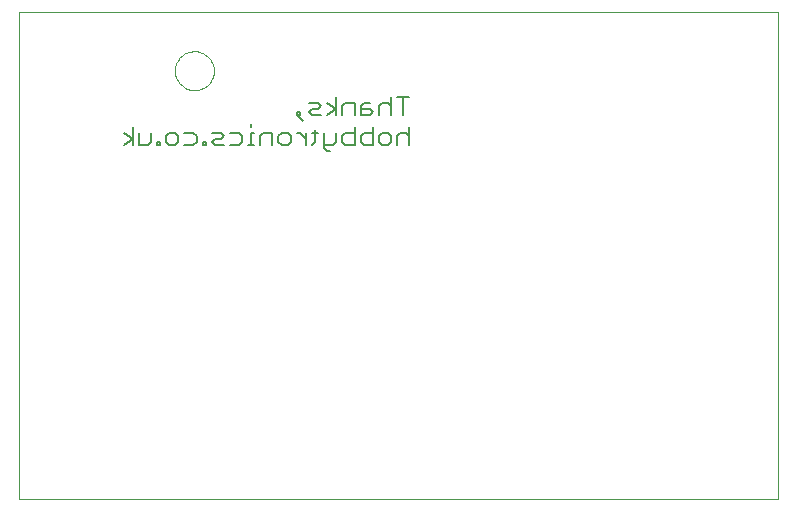
<source format=gbo>
G75*
%MOIN*%
%OFA0B0*%
%FSLAX24Y24*%
%IPPOS*%
%LPD*%
%AMOC8*
5,1,8,0,0,1.08239X$1,22.5*
%
%ADD10C,0.0000*%
%ADD11C,0.0050*%
D10*
X000101Y000101D02*
X000101Y016322D01*
X025416Y016322D01*
X025416Y000101D01*
X000101Y000101D01*
X005298Y014371D02*
X005300Y014421D01*
X005306Y014471D01*
X005316Y014521D01*
X005329Y014569D01*
X005346Y014617D01*
X005367Y014663D01*
X005391Y014707D01*
X005419Y014749D01*
X005450Y014789D01*
X005484Y014826D01*
X005521Y014861D01*
X005560Y014892D01*
X005601Y014921D01*
X005645Y014946D01*
X005691Y014968D01*
X005738Y014986D01*
X005786Y015000D01*
X005835Y015011D01*
X005885Y015018D01*
X005935Y015021D01*
X005986Y015020D01*
X006036Y015015D01*
X006086Y015006D01*
X006134Y014994D01*
X006182Y014977D01*
X006228Y014957D01*
X006273Y014934D01*
X006316Y014907D01*
X006356Y014877D01*
X006394Y014844D01*
X006429Y014808D01*
X006462Y014769D01*
X006491Y014728D01*
X006517Y014685D01*
X006540Y014640D01*
X006559Y014593D01*
X006574Y014545D01*
X006586Y014496D01*
X006594Y014446D01*
X006598Y014396D01*
X006598Y014346D01*
X006594Y014296D01*
X006586Y014246D01*
X006574Y014197D01*
X006559Y014149D01*
X006540Y014102D01*
X006517Y014057D01*
X006491Y014014D01*
X006462Y013973D01*
X006429Y013934D01*
X006394Y013898D01*
X006356Y013865D01*
X006316Y013835D01*
X006273Y013808D01*
X006228Y013785D01*
X006182Y013765D01*
X006134Y013748D01*
X006086Y013736D01*
X006036Y013727D01*
X005986Y013722D01*
X005935Y013721D01*
X005885Y013724D01*
X005835Y013731D01*
X005786Y013742D01*
X005738Y013756D01*
X005691Y013774D01*
X005645Y013796D01*
X005601Y013821D01*
X005560Y013850D01*
X005521Y013881D01*
X005484Y013916D01*
X005450Y013953D01*
X005419Y013993D01*
X005391Y014035D01*
X005367Y014079D01*
X005346Y014125D01*
X005329Y014173D01*
X005316Y014221D01*
X005306Y014271D01*
X005300Y014321D01*
X005298Y014371D01*
D11*
X007840Y012610D02*
X007840Y012508D01*
X007840Y012305D02*
X007840Y011898D01*
X007739Y011898D02*
X007942Y011898D01*
X008143Y011898D02*
X008143Y012203D01*
X008245Y012305D01*
X008550Y012305D01*
X008550Y011898D01*
X008751Y012000D02*
X008751Y012203D01*
X008852Y012305D01*
X009056Y012305D01*
X009158Y012203D01*
X009158Y012000D01*
X009056Y011898D01*
X008852Y011898D01*
X008751Y012000D01*
X009359Y012305D02*
X009461Y012305D01*
X009664Y012101D01*
X009664Y011898D02*
X009664Y012305D01*
X009866Y012305D02*
X010069Y012305D01*
X009967Y012407D02*
X009967Y012000D01*
X009866Y011898D01*
X010270Y011898D02*
X010575Y011898D01*
X010677Y012000D01*
X010677Y012305D01*
X010878Y012203D02*
X010979Y012305D01*
X011285Y012305D01*
X011285Y012508D02*
X011285Y011898D01*
X010979Y011898D01*
X010878Y012000D01*
X010878Y012203D01*
X011485Y012203D02*
X011485Y012000D01*
X011587Y011898D01*
X011892Y011898D01*
X011892Y012508D01*
X011892Y012305D02*
X011587Y012305D01*
X011485Y012203D01*
X012093Y012203D02*
X012093Y012000D01*
X012195Y011898D01*
X012398Y011898D01*
X012500Y012000D01*
X012500Y012203D01*
X012398Y012305D01*
X012195Y012305D01*
X012093Y012203D01*
X012701Y012203D02*
X012701Y011898D01*
X012701Y012203D02*
X012802Y012305D01*
X013006Y012305D01*
X013108Y012203D01*
X013108Y012508D02*
X013108Y011898D01*
X012904Y012888D02*
X012904Y013498D01*
X012701Y013498D02*
X013108Y013498D01*
X012500Y013498D02*
X012500Y012888D01*
X012500Y013193D02*
X012398Y013295D01*
X012195Y013295D01*
X012093Y013193D01*
X012093Y012888D01*
X011892Y012990D02*
X011791Y013091D01*
X011485Y013091D01*
X011485Y013193D02*
X011485Y012888D01*
X011791Y012888D01*
X011892Y012990D01*
X011587Y013295D02*
X011485Y013193D01*
X011587Y013295D02*
X011791Y013295D01*
X011285Y013295D02*
X011285Y012888D01*
X010878Y012888D02*
X010878Y013193D01*
X010979Y013295D01*
X011285Y013295D01*
X010677Y013498D02*
X010677Y012888D01*
X010677Y013091D02*
X010372Y013295D01*
X010170Y013193D02*
X010069Y013295D01*
X009763Y013295D01*
X009865Y013091D02*
X010069Y013091D01*
X010170Y013193D01*
X010170Y012888D02*
X009865Y012888D01*
X009763Y012990D01*
X009865Y013091D01*
X009461Y012990D02*
X009461Y012888D01*
X009359Y012888D01*
X009359Y012990D01*
X009461Y012990D01*
X009359Y012888D02*
X009563Y012684D01*
X010270Y012305D02*
X010270Y011796D01*
X010372Y011694D01*
X010473Y011694D01*
X010372Y012888D02*
X010677Y013091D01*
X007942Y012305D02*
X007840Y012305D01*
X007537Y012203D02*
X007537Y012000D01*
X007435Y011898D01*
X007130Y011898D01*
X006929Y011898D02*
X006624Y011898D01*
X006522Y012000D01*
X006624Y012101D01*
X006828Y012101D01*
X006929Y012203D01*
X006828Y012305D01*
X006522Y012305D01*
X006018Y012203D02*
X006018Y012000D01*
X005916Y011898D01*
X005611Y011898D01*
X005410Y012000D02*
X005410Y012203D01*
X005308Y012305D01*
X005105Y012305D01*
X005003Y012203D01*
X005003Y012000D01*
X005105Y011898D01*
X005308Y011898D01*
X005410Y012000D01*
X005611Y012305D02*
X005916Y012305D01*
X006018Y012203D01*
X006220Y012000D02*
X006220Y011898D01*
X006322Y011898D01*
X006322Y012000D01*
X006220Y012000D01*
X007130Y012305D02*
X007435Y012305D01*
X007537Y012203D01*
X004802Y012000D02*
X004701Y012000D01*
X004701Y011898D01*
X004802Y011898D01*
X004802Y012000D01*
X004498Y012000D02*
X004397Y011898D01*
X004091Y011898D01*
X004091Y012305D01*
X003891Y012508D02*
X003891Y011898D01*
X003891Y012101D02*
X003585Y012305D01*
X003891Y012101D02*
X003585Y011898D01*
X004498Y012000D02*
X004498Y012305D01*
M02*

</source>
